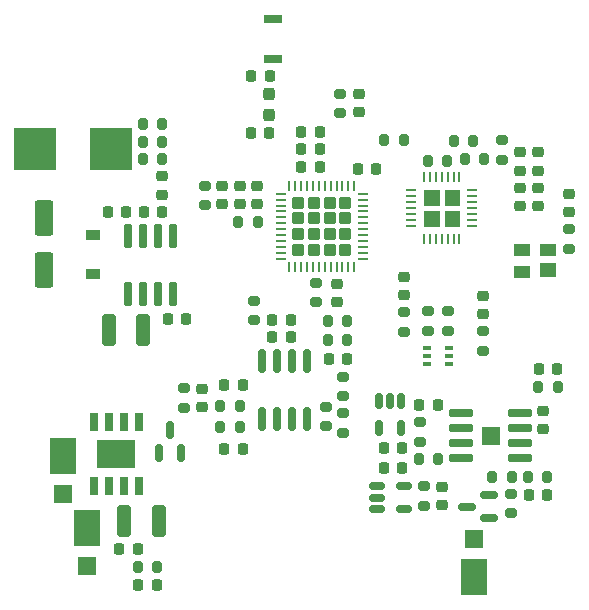
<source format=gbr>
%TF.GenerationSoftware,KiCad,Pcbnew,(6.0.2)*%
%TF.CreationDate,2022-07-13T14:29:07+01:00*%
%TF.ProjectId,Actuators Board,41637475-6174-46f7-9273-20426f617264,rev?*%
%TF.SameCoordinates,Original*%
%TF.FileFunction,Paste,Top*%
%TF.FilePolarity,Positive*%
%FSLAX46Y46*%
G04 Gerber Fmt 4.6, Leading zero omitted, Abs format (unit mm)*
G04 Created by KiCad (PCBNEW (6.0.2)) date 2022-07-13 14:29:07*
%MOMM*%
%LPD*%
G01*
G04 APERTURE LIST*
G04 Aperture macros list*
%AMRoundRect*
0 Rectangle with rounded corners*
0 $1 Rounding radius*
0 $2 $3 $4 $5 $6 $7 $8 $9 X,Y pos of 4 corners*
0 Add a 4 corners polygon primitive as box body*
4,1,4,$2,$3,$4,$5,$6,$7,$8,$9,$2,$3,0*
0 Add four circle primitives for the rounded corners*
1,1,$1+$1,$2,$3*
1,1,$1+$1,$4,$5*
1,1,$1+$1,$6,$7*
1,1,$1+$1,$8,$9*
0 Add four rect primitives between the rounded corners*
20,1,$1+$1,$2,$3,$4,$5,0*
20,1,$1+$1,$4,$5,$6,$7,0*
20,1,$1+$1,$6,$7,$8,$9,0*
20,1,$1+$1,$8,$9,$2,$3,0*%
G04 Aperture macros list end*
%ADD10C,0.010000*%
%ADD11RoundRect,0.200000X0.200000X0.275000X-0.200000X0.275000X-0.200000X-0.275000X0.200000X-0.275000X0*%
%ADD12RoundRect,0.200000X-0.200000X-0.275000X0.200000X-0.275000X0.200000X0.275000X-0.200000X0.275000X0*%
%ADD13RoundRect,0.200000X-0.275000X0.200000X-0.275000X-0.200000X0.275000X-0.200000X0.275000X0.200000X0*%
%ADD14R,1.520000X1.500000*%
%ADD15R,2.200000X3.100000*%
%ADD16RoundRect,0.237500X0.237500X-0.287500X0.237500X0.287500X-0.237500X0.287500X-0.237500X-0.287500X0*%
%ADD17RoundRect,0.250000X-0.325000X-1.100000X0.325000X-1.100000X0.325000X1.100000X-0.325000X1.100000X0*%
%ADD18RoundRect,0.225000X0.225000X0.250000X-0.225000X0.250000X-0.225000X-0.250000X0.225000X-0.250000X0*%
%ADD19RoundRect,0.200000X0.275000X-0.200000X0.275000X0.200000X-0.275000X0.200000X-0.275000X-0.200000X0*%
%ADD20RoundRect,0.225000X-0.225000X-0.250000X0.225000X-0.250000X0.225000X0.250000X-0.225000X0.250000X0*%
%ADD21R,0.700000X1.525000*%
%ADD22R,3.200000X2.400000*%
%ADD23RoundRect,0.250000X-0.550000X1.250000X-0.550000X-1.250000X0.550000X-1.250000X0.550000X1.250000X0*%
%ADD24RoundRect,0.225000X-0.250000X0.225000X-0.250000X-0.225000X0.250000X-0.225000X0.250000X0.225000X0*%
%ADD25RoundRect,0.150000X0.587500X0.150000X-0.587500X0.150000X-0.587500X-0.150000X0.587500X-0.150000X0*%
%ADD26RoundRect,0.218750X-0.218750X-0.256250X0.218750X-0.256250X0.218750X0.256250X-0.218750X0.256250X0*%
%ADD27RoundRect,0.218750X-0.256250X0.218750X-0.256250X-0.218750X0.256250X-0.218750X0.256250X0.218750X0*%
%ADD28RoundRect,0.150000X-0.512500X-0.150000X0.512500X-0.150000X0.512500X0.150000X-0.512500X0.150000X0*%
%ADD29RoundRect,0.225000X0.250000X-0.225000X0.250000X0.225000X-0.250000X0.225000X-0.250000X-0.225000X0*%
%ADD30RoundRect,0.218750X0.256250X-0.218750X0.256250X0.218750X-0.256250X0.218750X-0.256250X-0.218750X0*%
%ADD31RoundRect,0.042000X0.258000X-0.943000X0.258000X0.943000X-0.258000X0.943000X-0.258000X-0.943000X0*%
%ADD32R,1.200000X0.900000*%
%ADD33RoundRect,0.042000X0.943000X0.258000X-0.943000X0.258000X-0.943000X-0.258000X0.943000X-0.258000X0*%
%ADD34RoundRect,0.250000X0.325000X1.100000X-0.325000X1.100000X-0.325000X-1.100000X0.325000X-1.100000X0*%
%ADD35RoundRect,0.150000X-0.150000X0.825000X-0.150000X-0.825000X0.150000X-0.825000X0.150000X0.825000X0*%
%ADD36R,0.650000X0.400000*%
%ADD37RoundRect,0.150000X-0.150000X0.512500X-0.150000X-0.512500X0.150000X-0.512500X0.150000X0.512500X0*%
%ADD38R,0.900000X0.254000*%
%ADD39R,0.254000X0.900000*%
%ADD40RoundRect,0.250000X-0.285000X-0.285000X0.285000X-0.285000X0.285000X0.285000X-0.285000X0.285000X0*%
%ADD41RoundRect,0.062500X-0.337500X-0.062500X0.337500X-0.062500X0.337500X0.062500X-0.337500X0.062500X0*%
%ADD42RoundRect,0.062500X-0.062500X-0.337500X0.062500X-0.337500X0.062500X0.337500X-0.062500X0.337500X0*%
%ADD43R,1.600000X0.800000*%
%ADD44R,3.600000X3.600000*%
%ADD45RoundRect,0.150000X0.150000X-0.587500X0.150000X0.587500X-0.150000X0.587500X-0.150000X-0.587500X0*%
%ADD46R,1.400000X1.200000*%
%ADD47R,1.400000X1.000000*%
G04 APERTURE END LIST*
D10*
%TO.C,U6*%
X98191976Y-66700000D02*
X96790000Y-66700000D01*
X96790000Y-66700000D02*
X96790000Y-65298024D01*
X96790000Y-65298024D02*
X98191976Y-65298024D01*
X98191976Y-65298024D02*
X98191976Y-66700000D01*
G36*
X98191976Y-66700000D02*
G01*
X96790000Y-66700000D01*
X96790000Y-65298024D01*
X98191976Y-65298024D01*
X98191976Y-66700000D01*
G37*
X98191976Y-66700000D02*
X96790000Y-66700000D01*
X96790000Y-65298024D01*
X98191976Y-65298024D01*
X98191976Y-66700000D01*
%TO.C,U3*%
X93113170Y-46500000D02*
X91863250Y-46500000D01*
X91863250Y-46500000D02*
X91863250Y-45249520D01*
X91863250Y-45249520D02*
X93113170Y-45249520D01*
X93113170Y-45249520D02*
X93113170Y-46500000D01*
G36*
X93113170Y-46500000D02*
G01*
X91863250Y-46500000D01*
X91863250Y-45249520D01*
X93113170Y-45249520D01*
X93113170Y-46500000D01*
G37*
X93113170Y-46500000D02*
X91863250Y-46500000D01*
X91863250Y-45249520D01*
X93113170Y-45249520D01*
X93113170Y-46500000D01*
X93112804Y-48250000D02*
X91863250Y-48250000D01*
X91863250Y-48250000D02*
X91863250Y-47000446D01*
X91863250Y-47000446D02*
X93112804Y-47000446D01*
X93112804Y-47000446D02*
X93112804Y-48250000D01*
G36*
X93112804Y-48250000D02*
G01*
X91863250Y-48250000D01*
X91863250Y-47000446D01*
X93112804Y-47000446D01*
X93112804Y-48250000D01*
G37*
X93112804Y-48250000D02*
X91863250Y-48250000D01*
X91863250Y-47000446D01*
X93112804Y-47000446D01*
X93112804Y-48250000D01*
X94864070Y-48250000D02*
X93613250Y-48250000D01*
X93613250Y-48250000D02*
X93613250Y-47000137D01*
X93613250Y-47000137D02*
X94864070Y-47000137D01*
X94864070Y-47000137D02*
X94864070Y-48250000D01*
G36*
X94864070Y-48250000D02*
G01*
X93613250Y-48250000D01*
X93613250Y-47000137D01*
X94864070Y-47000137D01*
X94864070Y-48250000D01*
G37*
X94864070Y-48250000D02*
X93613250Y-48250000D01*
X93613250Y-47000137D01*
X94864070Y-47000137D01*
X94864070Y-48250000D01*
X94865260Y-46500000D02*
X93613250Y-46500000D01*
X93613250Y-46500000D02*
X93613250Y-45247990D01*
X93613250Y-45247990D02*
X94865260Y-45247990D01*
X94865260Y-45247990D02*
X94865260Y-46500000D01*
G36*
X94865260Y-46500000D02*
G01*
X93613250Y-46500000D01*
X93613250Y-45247990D01*
X94865260Y-45247990D01*
X94865260Y-46500000D01*
G37*
X94865260Y-46500000D02*
X93613250Y-46500000D01*
X93613250Y-45247990D01*
X94865260Y-45247990D01*
X94865260Y-46500000D01*
%TD*%
D11*
%TO.C,R13*%
X102300000Y-69500000D03*
X100650000Y-69500000D03*
%TD*%
D12*
%TO.C,R4*%
X67625000Y-77150000D03*
X69275000Y-77150000D03*
%TD*%
D13*
%TO.C,R27*%
X77450000Y-54625000D03*
X77450000Y-56275000D03*
%TD*%
D14*
%TO.C,D11*%
X63360000Y-77070000D03*
D15*
X63360000Y-73850000D03*
%TD*%
D16*
%TO.C,L1*%
X78775000Y-38875000D03*
X78775000Y-37125000D03*
%TD*%
D17*
%TO.C,C7*%
X66500000Y-73237500D03*
X69450000Y-73237500D03*
%TD*%
D12*
%TO.C,R3*%
X95325000Y-42590000D03*
X96975000Y-42590000D03*
%TD*%
D18*
%TO.C,C5*%
X83025000Y-41800000D03*
X81475000Y-41800000D03*
%TD*%
D13*
%TO.C,R35*%
X85040000Y-64135000D03*
X85040000Y-65785000D03*
%TD*%
D19*
%TO.C,R28*%
X83550000Y-65225000D03*
X83550000Y-63575000D03*
%TD*%
D20*
%TO.C,C36*%
X74950000Y-67200000D03*
X76500000Y-67200000D03*
%TD*%
D21*
%TO.C,IC1*%
X63920000Y-70262000D03*
X65190000Y-70262000D03*
X66460000Y-70262000D03*
X67730000Y-70262000D03*
X67730000Y-64838000D03*
X66460000Y-64838000D03*
X65190000Y-64838000D03*
X63920000Y-64838000D03*
D22*
X65825000Y-67550000D03*
%TD*%
D12*
%TO.C,R30*%
X74615000Y-63520000D03*
X76265000Y-63520000D03*
%TD*%
D23*
%TO.C,C19*%
X59675000Y-47575000D03*
X59675000Y-51975000D03*
%TD*%
D19*
%TO.C,R31*%
X73340000Y-46505000D03*
X73340000Y-44855000D03*
%TD*%
%TO.C,R10*%
X84750000Y-38725000D03*
X84750000Y-37075000D03*
%TD*%
D13*
%TO.C,R26*%
X82750000Y-53100000D03*
X82750000Y-54750000D03*
%TD*%
D24*
%TO.C,C10*%
X99980000Y-42045000D03*
X99980000Y-43595000D03*
%TD*%
D25*
%TO.C,Q2*%
X97387500Y-72987500D03*
X97387500Y-71087500D03*
X95512500Y-72037500D03*
%TD*%
D18*
%TO.C,C11*%
X78775000Y-40425000D03*
X77225000Y-40425000D03*
%TD*%
D20*
%TO.C,C6*%
X70167039Y-56172038D03*
X71717039Y-56172038D03*
%TD*%
D26*
%TO.C,24VLED1*%
X67662500Y-78650000D03*
X69237500Y-78650000D03*
%TD*%
D27*
%TO.C,3V3LED1*%
X93362500Y-70337500D03*
X93362500Y-71912500D03*
%TD*%
D28*
%TO.C,U5*%
X87887500Y-70325000D03*
X87887500Y-71275000D03*
X87887500Y-72225000D03*
X90162500Y-72225000D03*
X90162500Y-70325000D03*
%TD*%
D20*
%TO.C,C34*%
X79015000Y-57700000D03*
X80565000Y-57700000D03*
%TD*%
D27*
%TO.C,TXLED1*%
X90205000Y-52585000D03*
X90205000Y-54160000D03*
%TD*%
D12*
%TO.C,R7*%
X83725000Y-57970000D03*
X85375000Y-57970000D03*
%TD*%
D14*
%TO.C,D9*%
X96075000Y-74790000D03*
D15*
X96075000Y-78010000D03*
%TD*%
D13*
%TO.C,R24*%
X91500000Y-64875000D03*
X91500000Y-66525000D03*
%TD*%
D29*
%TO.C,C1*%
X96890855Y-55730000D03*
X96890855Y-54180000D03*
%TD*%
D11*
%TO.C,R16*%
X90143540Y-41007319D03*
X88493540Y-41007319D03*
%TD*%
D19*
%TO.C,R34*%
X85040000Y-62705000D03*
X85040000Y-61055000D03*
%TD*%
D30*
%TO.C,RXLED1*%
X86350000Y-38662500D03*
X86350000Y-37087500D03*
%TD*%
D11*
%TO.C,R20*%
X69712039Y-42628088D03*
X68062039Y-42628088D03*
%TD*%
D14*
%TO.C,D10*%
X61300000Y-70960000D03*
D15*
X61300000Y-67740000D03*
%TD*%
D19*
%TO.C,R14*%
X91862500Y-71950000D03*
X91862500Y-70300000D03*
%TD*%
D12*
%TO.C,R22*%
X68062039Y-39627038D03*
X69712039Y-39627038D03*
%TD*%
D19*
%TO.C,R21*%
X99231049Y-72585418D03*
X99231049Y-70935418D03*
%TD*%
%TO.C,R2*%
X93890000Y-57150229D03*
X93890000Y-55500229D03*
%TD*%
D13*
%TO.C,R6*%
X98440000Y-41005000D03*
X98440000Y-42655000D03*
%TD*%
D27*
%TO.C,USBLED1*%
X104170000Y-45535000D03*
X104170000Y-47110000D03*
%TD*%
D18*
%TO.C,C17*%
X67625000Y-75637500D03*
X66075000Y-75637500D03*
%TD*%
%TO.C,C22*%
X90012500Y-68775000D03*
X88462500Y-68775000D03*
%TD*%
D31*
%TO.C,U2*%
X66835000Y-54055019D03*
X68105000Y-54055019D03*
X69375000Y-54055019D03*
X70645000Y-54055019D03*
X70645000Y-49115019D03*
X69375000Y-49115019D03*
X68105000Y-49115019D03*
X66835000Y-49115019D03*
%TD*%
D32*
%TO.C,D8*%
X63837039Y-49077038D03*
X63837039Y-52377038D03*
%TD*%
D20*
%TO.C,C37*%
X74950000Y-61750000D03*
X76500000Y-61750000D03*
%TD*%
D33*
%TO.C,U6*%
X99960000Y-67905000D03*
X99960000Y-66635000D03*
X99960000Y-65365000D03*
X99960000Y-64095000D03*
X95020000Y-64095000D03*
X95020000Y-65365000D03*
X95020000Y-66635000D03*
X95020000Y-67905000D03*
%TD*%
D18*
%TO.C,C23*%
X90000000Y-67075000D03*
X88450000Y-67075000D03*
%TD*%
D34*
%TO.C,C14*%
X68100000Y-57042519D03*
X65150000Y-57042519D03*
%TD*%
D35*
%TO.C,U4*%
X81980000Y-59700000D03*
X80710000Y-59700000D03*
X79440000Y-59700000D03*
X78170000Y-59700000D03*
X78170000Y-64650000D03*
X79440000Y-64650000D03*
X80710000Y-64650000D03*
X81980000Y-64650000D03*
%TD*%
D19*
%TO.C,R33*%
X71575000Y-63675000D03*
X71575000Y-62025000D03*
%TD*%
D20*
%TO.C,C33*%
X79015000Y-56200000D03*
X80565000Y-56200000D03*
%TD*%
D12*
%TO.C,R32*%
X76135000Y-47920000D03*
X77785000Y-47920000D03*
%TD*%
%TO.C,R15*%
X94384388Y-41097834D03*
X96034388Y-41097834D03*
%TD*%
D19*
%TO.C,R5*%
X96890855Y-58840000D03*
X96890855Y-57190000D03*
%TD*%
D12*
%TO.C,R9*%
X101530855Y-61950000D03*
X103180855Y-61950000D03*
%TD*%
D36*
%TO.C,Q1*%
X92090000Y-58650229D03*
X92090000Y-59300229D03*
X92090000Y-59950229D03*
X93990000Y-59950229D03*
X93990000Y-59300229D03*
X93990000Y-58650229D03*
%TD*%
D18*
%TO.C,C26*%
X83025000Y-40300000D03*
X81475000Y-40300000D03*
%TD*%
D37*
%TO.C,U7*%
X89950000Y-63087500D03*
X89000000Y-63087500D03*
X88050000Y-63087500D03*
X88050000Y-65362500D03*
X89950000Y-65362500D03*
%TD*%
D11*
%TO.C,R12*%
X99300000Y-69500000D03*
X97650000Y-69500000D03*
%TD*%
D24*
%TO.C,C30*%
X84510000Y-53175000D03*
X84510000Y-54725000D03*
%TD*%
D38*
%TO.C,U3*%
X95953250Y-48250000D03*
X95953250Y-47750000D03*
X95953250Y-47250000D03*
X95953250Y-46750000D03*
X95953250Y-46250000D03*
X95953250Y-45750000D03*
X95953250Y-45250000D03*
D39*
X94863250Y-44160000D03*
X94363250Y-44160000D03*
X93863250Y-44160000D03*
X93363250Y-44160000D03*
X92863250Y-44160000D03*
X92363250Y-44160000D03*
X91863250Y-44160000D03*
D38*
X90773250Y-45250000D03*
X90773250Y-45750000D03*
X90773250Y-46250000D03*
X90773250Y-46750000D03*
X90773250Y-47250000D03*
X90773250Y-47750000D03*
X90773250Y-48250000D03*
D39*
X91863250Y-49340000D03*
X92363250Y-49340000D03*
X92863250Y-49340000D03*
X93363250Y-49340000D03*
X93863250Y-49340000D03*
X94363250Y-49340000D03*
X94863250Y-49340000D03*
%TD*%
D18*
%TO.C,C3*%
X103130855Y-60425000D03*
X101580855Y-60425000D03*
%TD*%
D19*
%TO.C,R11*%
X90200000Y-57225000D03*
X90200000Y-55575000D03*
%TD*%
D40*
%TO.C,U1*%
X81230000Y-47640000D03*
X82550000Y-50280000D03*
X82550000Y-48960000D03*
X81230000Y-46320000D03*
X82550000Y-47640000D03*
X83870000Y-50280000D03*
X81230000Y-48960000D03*
X85190000Y-47640000D03*
X85190000Y-48960000D03*
X83870000Y-46320000D03*
X83870000Y-48960000D03*
X85190000Y-50280000D03*
X83870000Y-47640000D03*
X81230000Y-50280000D03*
X82550000Y-46320000D03*
X85190000Y-46320000D03*
D41*
X79760000Y-45550000D03*
X79760000Y-46050000D03*
X79760000Y-46550000D03*
X79760000Y-47050000D03*
X79760000Y-47550000D03*
X79760000Y-48050000D03*
X79760000Y-48550000D03*
X79760000Y-49050000D03*
X79760000Y-49550000D03*
X79760000Y-50050000D03*
X79760000Y-50550000D03*
X79760000Y-51050000D03*
D42*
X80460000Y-51750000D03*
X80960000Y-51750000D03*
X81460000Y-51750000D03*
X81960000Y-51750000D03*
X82460000Y-51750000D03*
X82960000Y-51750000D03*
X83460000Y-51750000D03*
X83960000Y-51750000D03*
X84460000Y-51750000D03*
X84960000Y-51750000D03*
X85460000Y-51750000D03*
X85960000Y-51750000D03*
D41*
X86660000Y-51050000D03*
X86660000Y-50550000D03*
X86660000Y-50050000D03*
X86660000Y-49550000D03*
X86660000Y-49050000D03*
X86660000Y-48550000D03*
X86660000Y-48050000D03*
X86660000Y-47550000D03*
X86660000Y-47050000D03*
X86660000Y-46550000D03*
X86660000Y-46050000D03*
X86660000Y-45550000D03*
D42*
X85960000Y-44850000D03*
X85460000Y-44850000D03*
X84960000Y-44850000D03*
X84460000Y-44850000D03*
X83960000Y-44850000D03*
X83460000Y-44850000D03*
X82960000Y-44850000D03*
X82460000Y-44850000D03*
X81960000Y-44850000D03*
X81460000Y-44850000D03*
X80960000Y-44850000D03*
X80460000Y-44850000D03*
%TD*%
D29*
%TO.C,C15*%
X69637039Y-45627038D03*
X69637039Y-44077038D03*
%TD*%
D43*
%TO.C,ANT1*%
X79086934Y-34147578D03*
X79086934Y-30747578D03*
%TD*%
D18*
%TO.C,C2*%
X85325000Y-59520000D03*
X83775000Y-59520000D03*
%TD*%
D26*
%TO.C,SolLED1*%
X100737500Y-71025000D03*
X102312500Y-71025000D03*
%TD*%
D12*
%TO.C,R8*%
X83725000Y-56350000D03*
X85375000Y-56350000D03*
%TD*%
%TO.C,R25*%
X91425000Y-67975000D03*
X93075000Y-67975000D03*
%TD*%
D18*
%TO.C,C13*%
X69682563Y-47087409D03*
X68132563Y-47087409D03*
%TD*%
D19*
%TO.C,R18*%
X104170000Y-50215000D03*
X104170000Y-48565000D03*
%TD*%
D20*
%TO.C,C31*%
X86250000Y-43420000D03*
X87800000Y-43420000D03*
%TD*%
D44*
%TO.C,L2*%
X65350000Y-41775000D03*
X58950000Y-41775000D03*
%TD*%
D29*
%TO.C,C28*%
X76260000Y-46455000D03*
X76260000Y-44905000D03*
%TD*%
D18*
%TO.C,C12*%
X78800000Y-35575000D03*
X77250000Y-35575000D03*
%TD*%
D29*
%TO.C,C18*%
X101490000Y-46605000D03*
X101490000Y-45055000D03*
%TD*%
%TO.C,C27*%
X74800000Y-46455000D03*
X74800000Y-44905000D03*
%TD*%
D45*
%TO.C,D12*%
X69400000Y-67462500D03*
X71300000Y-67462500D03*
X70350000Y-65587500D03*
%TD*%
D46*
%TO.C,D4*%
X102400000Y-52020000D03*
D47*
X102400000Y-50300000D03*
X100200000Y-50300000D03*
X100200000Y-52200000D03*
%TD*%
D19*
%TO.C,R1*%
X92170000Y-57140229D03*
X92170000Y-55490229D03*
%TD*%
D11*
%TO.C,R29*%
X76265000Y-65300000D03*
X74615000Y-65300000D03*
%TD*%
D18*
%TO.C,C4*%
X83025000Y-43300000D03*
X81475000Y-43300000D03*
%TD*%
D11*
%TO.C,R23*%
X69712662Y-41128088D03*
X68062662Y-41128088D03*
%TD*%
D29*
%TO.C,C9*%
X99980000Y-46605000D03*
X99980000Y-45055000D03*
%TD*%
%TO.C,C35*%
X73075000Y-63625000D03*
X73075000Y-62075000D03*
%TD*%
D12*
%TO.C,R17*%
X92188828Y-42745110D03*
X93838828Y-42745110D03*
%TD*%
D18*
%TO.C,C25*%
X93025000Y-63425000D03*
X91475000Y-63425000D03*
%TD*%
D24*
%TO.C,C8*%
X101490000Y-42045000D03*
X101490000Y-43595000D03*
%TD*%
D29*
%TO.C,C29*%
X77720000Y-46455000D03*
X77720000Y-44905000D03*
%TD*%
D20*
%TO.C,C16*%
X65117110Y-47084757D03*
X66667110Y-47084757D03*
%TD*%
D24*
%TO.C,C20*%
X101930000Y-63945000D03*
X101930000Y-65495000D03*
%TD*%
M02*

</source>
